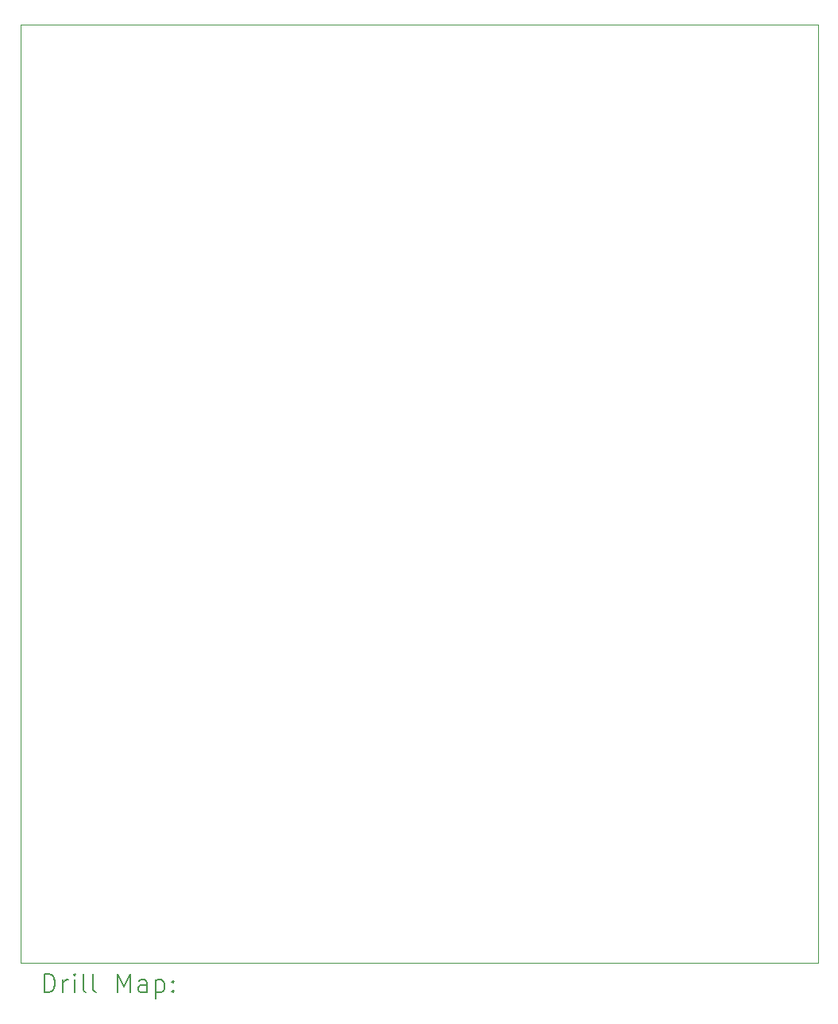
<source format=gbr>
%FSLAX45Y45*%
G04 Gerber Fmt 4.5, Leading zero omitted, Abs format (unit mm)*
G04 Created by KiCad (PCBNEW (6.0.5)) date 2022-07-01 01:15:07*
%MOMM*%
%LPD*%
G01*
G04 APERTURE LIST*
%TA.AperFunction,Profile*%
%ADD10C,0.100000*%
%TD*%
%ADD11C,0.200000*%
G04 APERTURE END LIST*
D10*
X13950000Y-8000000D02*
X22450000Y-8000000D01*
X22450000Y-8000000D02*
X22450000Y-18000000D01*
X22450000Y-18000000D02*
X13950000Y-18000000D01*
X13950000Y-18000000D02*
X13950000Y-8000000D01*
D11*
X14202619Y-18315476D02*
X14202619Y-18115476D01*
X14250238Y-18115476D01*
X14278809Y-18125000D01*
X14297857Y-18144048D01*
X14307381Y-18163095D01*
X14316905Y-18201190D01*
X14316905Y-18229762D01*
X14307381Y-18267857D01*
X14297857Y-18286905D01*
X14278809Y-18305952D01*
X14250238Y-18315476D01*
X14202619Y-18315476D01*
X14402619Y-18315476D02*
X14402619Y-18182143D01*
X14402619Y-18220238D02*
X14412143Y-18201190D01*
X14421667Y-18191667D01*
X14440714Y-18182143D01*
X14459762Y-18182143D01*
X14526428Y-18315476D02*
X14526428Y-18182143D01*
X14526428Y-18115476D02*
X14516905Y-18125000D01*
X14526428Y-18134524D01*
X14535952Y-18125000D01*
X14526428Y-18115476D01*
X14526428Y-18134524D01*
X14650238Y-18315476D02*
X14631190Y-18305952D01*
X14621667Y-18286905D01*
X14621667Y-18115476D01*
X14755000Y-18315476D02*
X14735952Y-18305952D01*
X14726428Y-18286905D01*
X14726428Y-18115476D01*
X14983571Y-18315476D02*
X14983571Y-18115476D01*
X15050238Y-18258333D01*
X15116905Y-18115476D01*
X15116905Y-18315476D01*
X15297857Y-18315476D02*
X15297857Y-18210714D01*
X15288333Y-18191667D01*
X15269286Y-18182143D01*
X15231190Y-18182143D01*
X15212143Y-18191667D01*
X15297857Y-18305952D02*
X15278809Y-18315476D01*
X15231190Y-18315476D01*
X15212143Y-18305952D01*
X15202619Y-18286905D01*
X15202619Y-18267857D01*
X15212143Y-18248810D01*
X15231190Y-18239286D01*
X15278809Y-18239286D01*
X15297857Y-18229762D01*
X15393095Y-18182143D02*
X15393095Y-18382143D01*
X15393095Y-18191667D02*
X15412143Y-18182143D01*
X15450238Y-18182143D01*
X15469286Y-18191667D01*
X15478809Y-18201190D01*
X15488333Y-18220238D01*
X15488333Y-18277381D01*
X15478809Y-18296429D01*
X15469286Y-18305952D01*
X15450238Y-18315476D01*
X15412143Y-18315476D01*
X15393095Y-18305952D01*
X15574048Y-18296429D02*
X15583571Y-18305952D01*
X15574048Y-18315476D01*
X15564524Y-18305952D01*
X15574048Y-18296429D01*
X15574048Y-18315476D01*
X15574048Y-18191667D02*
X15583571Y-18201190D01*
X15574048Y-18210714D01*
X15564524Y-18201190D01*
X15574048Y-18191667D01*
X15574048Y-18210714D01*
M02*

</source>
